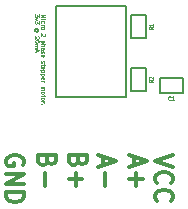
<source format=gto>
%FSLAX34Y34*%
G04 Gerber Fmt 3.4, Leading zero omitted, Abs format*
G04 (created by PCBNEW (2014-03-19 BZR 4756)-product) date Sun 25 May 2014 21:01:17 BST*
%MOIN*%
G01*
G70*
G90*
G04 APERTURE LIST*
%ADD10C,0.005906*%
%ADD11C,0.002461*%
%ADD12C,0.011811*%
%ADD13C,0.003000*%
G04 APERTURE END LIST*
G54D10*
G54D11*
X54242Y-40157D02*
X54376Y-40157D01*
X54280Y-40202D01*
X54376Y-40247D01*
X54242Y-40247D01*
X54242Y-40310D02*
X54331Y-40310D01*
X54376Y-40310D02*
X54369Y-40304D01*
X54363Y-40310D01*
X54369Y-40317D01*
X54376Y-40310D01*
X54363Y-40310D01*
X54248Y-40431D02*
X54242Y-40419D01*
X54242Y-40393D01*
X54248Y-40380D01*
X54255Y-40374D01*
X54267Y-40368D01*
X54306Y-40368D01*
X54318Y-40374D01*
X54325Y-40380D01*
X54331Y-40393D01*
X54331Y-40419D01*
X54325Y-40431D01*
X54242Y-40489D02*
X54331Y-40489D01*
X54306Y-40489D02*
X54318Y-40495D01*
X54325Y-40502D01*
X54331Y-40514D01*
X54331Y-40527D01*
X54242Y-40591D02*
X54248Y-40578D01*
X54255Y-40572D01*
X54267Y-40565D01*
X54306Y-40565D01*
X54318Y-40572D01*
X54325Y-40578D01*
X54331Y-40591D01*
X54331Y-40610D01*
X54325Y-40623D01*
X54318Y-40629D01*
X54306Y-40635D01*
X54267Y-40635D01*
X54255Y-40629D01*
X54248Y-40623D01*
X54242Y-40610D01*
X54242Y-40591D01*
X54363Y-40788D02*
X54369Y-40795D01*
X54376Y-40808D01*
X54376Y-40839D01*
X54369Y-40852D01*
X54363Y-40859D01*
X54350Y-40865D01*
X54337Y-40865D01*
X54318Y-40859D01*
X54242Y-40782D01*
X54242Y-40865D01*
X54331Y-41024D02*
X54197Y-41024D01*
X54325Y-41024D02*
X54331Y-41037D01*
X54331Y-41062D01*
X54325Y-41075D01*
X54318Y-41082D01*
X54306Y-41088D01*
X54267Y-41088D01*
X54255Y-41082D01*
X54248Y-41075D01*
X54242Y-41062D01*
X54242Y-41037D01*
X54248Y-41024D01*
X54242Y-41145D02*
X54376Y-41145D01*
X54242Y-41203D02*
X54312Y-41203D01*
X54325Y-41196D01*
X54331Y-41184D01*
X54331Y-41164D01*
X54325Y-41152D01*
X54318Y-41145D01*
X54242Y-41324D02*
X54312Y-41324D01*
X54325Y-41317D01*
X54331Y-41305D01*
X54331Y-41279D01*
X54325Y-41266D01*
X54248Y-41324D02*
X54242Y-41311D01*
X54242Y-41279D01*
X54248Y-41266D01*
X54261Y-41260D01*
X54274Y-41260D01*
X54286Y-41266D01*
X54293Y-41279D01*
X54293Y-41311D01*
X54299Y-41324D01*
X54248Y-41381D02*
X54242Y-41394D01*
X54242Y-41419D01*
X54248Y-41432D01*
X54261Y-41439D01*
X54267Y-41439D01*
X54280Y-41432D01*
X54286Y-41419D01*
X54286Y-41400D01*
X54293Y-41388D01*
X54306Y-41381D01*
X54312Y-41381D01*
X54325Y-41388D01*
X54331Y-41400D01*
X54331Y-41419D01*
X54325Y-41432D01*
X54248Y-41547D02*
X54242Y-41534D01*
X54242Y-41509D01*
X54248Y-41496D01*
X54261Y-41490D01*
X54312Y-41490D01*
X54325Y-41496D01*
X54331Y-41509D01*
X54331Y-41534D01*
X54325Y-41547D01*
X54312Y-41553D01*
X54299Y-41553D01*
X54286Y-41490D01*
X54248Y-41706D02*
X54242Y-41719D01*
X54242Y-41745D01*
X54248Y-41757D01*
X54261Y-41764D01*
X54267Y-41764D01*
X54280Y-41757D01*
X54286Y-41745D01*
X54286Y-41725D01*
X54293Y-41713D01*
X54306Y-41706D01*
X54312Y-41706D01*
X54325Y-41713D01*
X54331Y-41725D01*
X54331Y-41745D01*
X54325Y-41757D01*
X54331Y-41802D02*
X54331Y-41853D01*
X54376Y-41821D02*
X54261Y-41821D01*
X54248Y-41827D01*
X54242Y-41840D01*
X54242Y-41853D01*
X54248Y-41949D02*
X54242Y-41936D01*
X54242Y-41910D01*
X54248Y-41898D01*
X54261Y-41891D01*
X54312Y-41891D01*
X54325Y-41898D01*
X54331Y-41910D01*
X54331Y-41936D01*
X54325Y-41949D01*
X54312Y-41955D01*
X54299Y-41955D01*
X54286Y-41891D01*
X54331Y-42012D02*
X54197Y-42012D01*
X54325Y-42012D02*
X54331Y-42025D01*
X54331Y-42050D01*
X54325Y-42063D01*
X54318Y-42070D01*
X54306Y-42076D01*
X54267Y-42076D01*
X54255Y-42070D01*
X54248Y-42063D01*
X54242Y-42050D01*
X54242Y-42025D01*
X54248Y-42012D01*
X54331Y-42133D02*
X54197Y-42133D01*
X54325Y-42133D02*
X54331Y-42146D01*
X54331Y-42172D01*
X54325Y-42184D01*
X54318Y-42191D01*
X54306Y-42197D01*
X54267Y-42197D01*
X54255Y-42191D01*
X54248Y-42184D01*
X54242Y-42172D01*
X54242Y-42146D01*
X54248Y-42133D01*
X54248Y-42305D02*
X54242Y-42293D01*
X54242Y-42267D01*
X54248Y-42254D01*
X54261Y-42248D01*
X54312Y-42248D01*
X54325Y-42254D01*
X54331Y-42267D01*
X54331Y-42293D01*
X54325Y-42305D01*
X54312Y-42312D01*
X54299Y-42312D01*
X54286Y-42248D01*
X54242Y-42369D02*
X54331Y-42369D01*
X54306Y-42369D02*
X54318Y-42376D01*
X54325Y-42382D01*
X54331Y-42395D01*
X54331Y-42407D01*
X54242Y-42554D02*
X54331Y-42554D01*
X54318Y-42554D02*
X54325Y-42560D01*
X54331Y-42573D01*
X54331Y-42592D01*
X54325Y-42605D01*
X54312Y-42611D01*
X54242Y-42611D01*
X54312Y-42611D02*
X54325Y-42618D01*
X54331Y-42631D01*
X54331Y-42650D01*
X54325Y-42662D01*
X54312Y-42669D01*
X54242Y-42669D01*
X54242Y-42752D02*
X54248Y-42739D01*
X54255Y-42733D01*
X54267Y-42726D01*
X54306Y-42726D01*
X54318Y-42733D01*
X54325Y-42739D01*
X54331Y-42752D01*
X54331Y-42771D01*
X54325Y-42784D01*
X54318Y-42790D01*
X54306Y-42796D01*
X54267Y-42796D01*
X54255Y-42790D01*
X54248Y-42784D01*
X54242Y-42771D01*
X54242Y-42752D01*
X54331Y-42835D02*
X54331Y-42886D01*
X54376Y-42854D02*
X54261Y-42854D01*
X54248Y-42860D01*
X54242Y-42873D01*
X54242Y-42886D01*
X54242Y-42949D02*
X54248Y-42937D01*
X54255Y-42930D01*
X54267Y-42924D01*
X54306Y-42924D01*
X54318Y-42930D01*
X54325Y-42937D01*
X54331Y-42949D01*
X54331Y-42968D01*
X54325Y-42981D01*
X54318Y-42988D01*
X54306Y-42994D01*
X54267Y-42994D01*
X54255Y-42988D01*
X54248Y-42981D01*
X54242Y-42968D01*
X54242Y-42949D01*
X54242Y-43051D02*
X54331Y-43051D01*
X54306Y-43051D02*
X54318Y-43058D01*
X54325Y-43064D01*
X54331Y-43077D01*
X54331Y-43089D01*
X54255Y-43134D02*
X54248Y-43140D01*
X54242Y-43134D01*
X54248Y-43128D01*
X54255Y-43134D01*
X54242Y-43134D01*
X54164Y-40145D02*
X54164Y-40227D01*
X54113Y-40183D01*
X54113Y-40202D01*
X54106Y-40215D01*
X54100Y-40221D01*
X54087Y-40227D01*
X54055Y-40227D01*
X54043Y-40221D01*
X54036Y-40215D01*
X54030Y-40202D01*
X54030Y-40164D01*
X54036Y-40151D01*
X54043Y-40145D01*
X54119Y-40272D02*
X54030Y-40304D01*
X54119Y-40336D01*
X54164Y-40374D02*
X54164Y-40457D01*
X54113Y-40412D01*
X54113Y-40431D01*
X54106Y-40444D01*
X54100Y-40451D01*
X54087Y-40457D01*
X54055Y-40457D01*
X54043Y-40451D01*
X54036Y-40444D01*
X54030Y-40431D01*
X54030Y-40393D01*
X54036Y-40380D01*
X54043Y-40374D01*
X54094Y-40699D02*
X54100Y-40693D01*
X54106Y-40680D01*
X54106Y-40667D01*
X54100Y-40655D01*
X54094Y-40648D01*
X54081Y-40642D01*
X54068Y-40642D01*
X54055Y-40648D01*
X54049Y-40655D01*
X54043Y-40667D01*
X54043Y-40680D01*
X54049Y-40693D01*
X54055Y-40699D01*
X54106Y-40699D02*
X54055Y-40699D01*
X54049Y-40706D01*
X54049Y-40712D01*
X54055Y-40725D01*
X54068Y-40731D01*
X54100Y-40731D01*
X54119Y-40718D01*
X54132Y-40699D01*
X54138Y-40674D01*
X54132Y-40648D01*
X54119Y-40629D01*
X54100Y-40616D01*
X54074Y-40610D01*
X54049Y-40616D01*
X54030Y-40629D01*
X54017Y-40648D01*
X54011Y-40674D01*
X54017Y-40699D01*
X54030Y-40718D01*
X54151Y-40884D02*
X54157Y-40890D01*
X54164Y-40903D01*
X54164Y-40935D01*
X54157Y-40948D01*
X54151Y-40954D01*
X54138Y-40961D01*
X54125Y-40961D01*
X54106Y-40954D01*
X54030Y-40878D01*
X54030Y-40961D01*
X54164Y-41043D02*
X54164Y-41056D01*
X54157Y-41069D01*
X54151Y-41075D01*
X54138Y-41082D01*
X54113Y-41088D01*
X54081Y-41088D01*
X54055Y-41082D01*
X54043Y-41075D01*
X54036Y-41069D01*
X54030Y-41056D01*
X54030Y-41043D01*
X54036Y-41031D01*
X54043Y-41024D01*
X54055Y-41018D01*
X54081Y-41011D01*
X54113Y-41011D01*
X54138Y-41018D01*
X54151Y-41024D01*
X54157Y-41031D01*
X54164Y-41043D01*
X54030Y-41145D02*
X54119Y-41145D01*
X54106Y-41145D02*
X54113Y-41152D01*
X54119Y-41164D01*
X54119Y-41184D01*
X54113Y-41196D01*
X54100Y-41203D01*
X54030Y-41203D01*
X54100Y-41203D02*
X54113Y-41209D01*
X54119Y-41222D01*
X54119Y-41241D01*
X54113Y-41254D01*
X54100Y-41260D01*
X54030Y-41260D01*
X54068Y-41317D02*
X54068Y-41381D01*
X54030Y-41305D02*
X54164Y-41349D01*
X54030Y-41394D01*
G54D12*
X53641Y-45174D02*
X53669Y-45118D01*
X53669Y-45033D01*
X53641Y-44949D01*
X53585Y-44893D01*
X53529Y-44865D01*
X53416Y-44836D01*
X53332Y-44836D01*
X53219Y-44865D01*
X53163Y-44893D01*
X53107Y-44949D01*
X53079Y-45033D01*
X53079Y-45089D01*
X53107Y-45174D01*
X53135Y-45202D01*
X53332Y-45202D01*
X53332Y-45089D01*
X53079Y-45455D02*
X53669Y-45455D01*
X53079Y-45793D01*
X53669Y-45793D01*
X53079Y-46074D02*
X53669Y-46074D01*
X53669Y-46214D01*
X53641Y-46299D01*
X53585Y-46355D01*
X53529Y-46383D01*
X53416Y-46411D01*
X53332Y-46411D01*
X53219Y-46383D01*
X53163Y-46355D01*
X53107Y-46299D01*
X53079Y-46214D01*
X53079Y-46074D01*
X54451Y-45030D02*
X54423Y-45115D01*
X54395Y-45143D01*
X54339Y-45171D01*
X54254Y-45171D01*
X54198Y-45143D01*
X54170Y-45115D01*
X54142Y-45059D01*
X54142Y-44834D01*
X54732Y-44834D01*
X54732Y-45030D01*
X54704Y-45087D01*
X54676Y-45115D01*
X54620Y-45143D01*
X54564Y-45143D01*
X54507Y-45115D01*
X54479Y-45087D01*
X54451Y-45030D01*
X54451Y-44834D01*
X54367Y-45424D02*
X54367Y-45874D01*
X55475Y-45030D02*
X55447Y-45115D01*
X55419Y-45143D01*
X55362Y-45171D01*
X55278Y-45171D01*
X55222Y-45143D01*
X55194Y-45115D01*
X55165Y-45059D01*
X55165Y-44834D01*
X55756Y-44834D01*
X55756Y-45030D01*
X55728Y-45087D01*
X55700Y-45115D01*
X55643Y-45143D01*
X55587Y-45143D01*
X55531Y-45115D01*
X55503Y-45087D01*
X55475Y-45030D01*
X55475Y-44834D01*
X55390Y-45424D02*
X55390Y-45874D01*
X55165Y-45649D02*
X55615Y-45649D01*
X56318Y-44887D02*
X56318Y-45168D01*
X56150Y-44831D02*
X56740Y-45028D01*
X56150Y-45224D01*
X56375Y-45421D02*
X56375Y-45871D01*
X57342Y-44887D02*
X57342Y-45168D01*
X57173Y-44831D02*
X57764Y-45028D01*
X57173Y-45224D01*
X57398Y-45421D02*
X57398Y-45871D01*
X57173Y-45646D02*
X57623Y-45646D01*
X58630Y-44842D02*
X58039Y-45039D01*
X58630Y-45236D01*
X58096Y-45770D02*
X58068Y-45742D01*
X58039Y-45658D01*
X58039Y-45601D01*
X58068Y-45517D01*
X58124Y-45461D01*
X58180Y-45433D01*
X58293Y-45404D01*
X58377Y-45404D01*
X58489Y-45433D01*
X58546Y-45461D01*
X58602Y-45517D01*
X58630Y-45601D01*
X58630Y-45658D01*
X58602Y-45742D01*
X58574Y-45770D01*
X58096Y-46361D02*
X58068Y-46332D01*
X58039Y-46248D01*
X58039Y-46192D01*
X58068Y-46107D01*
X58124Y-46051D01*
X58180Y-46023D01*
X58293Y-45995D01*
X58377Y-45995D01*
X58489Y-46023D01*
X58546Y-46051D01*
X58602Y-46107D01*
X58630Y-46192D01*
X58630Y-46248D01*
X58602Y-46332D01*
X58574Y-46361D01*
G54D10*
X57086Y-42913D02*
X57086Y-39862D01*
X57086Y-39862D02*
X54724Y-39862D01*
X54724Y-39862D02*
X54724Y-42913D01*
X57086Y-42913D02*
X54724Y-42913D01*
X58190Y-42773D02*
X58958Y-42773D01*
X58958Y-42773D02*
X58958Y-42281D01*
X58958Y-42281D02*
X58190Y-42281D01*
X58190Y-42281D02*
X58190Y-42773D01*
X57234Y-40167D02*
X57234Y-40935D01*
X57234Y-40935D02*
X57726Y-40935D01*
X57726Y-40935D02*
X57726Y-40167D01*
X57726Y-40167D02*
X57234Y-40167D01*
X57726Y-42706D02*
X57726Y-41938D01*
X57726Y-41938D02*
X57234Y-41938D01*
X57234Y-41938D02*
X57234Y-42706D01*
X57234Y-42706D02*
X57726Y-42706D01*
G54D13*
X58554Y-42993D02*
X58549Y-42999D01*
X58531Y-43005D01*
X58520Y-43005D01*
X58503Y-42999D01*
X58491Y-42987D01*
X58486Y-42976D01*
X58480Y-42953D01*
X58480Y-42936D01*
X58486Y-42913D01*
X58491Y-42902D01*
X58503Y-42890D01*
X58520Y-42885D01*
X58531Y-42885D01*
X58549Y-42890D01*
X58554Y-42896D01*
X58669Y-43005D02*
X58600Y-43005D01*
X58634Y-43005D02*
X58634Y-42885D01*
X58623Y-42902D01*
X58611Y-42913D01*
X58600Y-42919D01*
X57967Y-40571D02*
X57910Y-40611D01*
X57967Y-40639D02*
X57847Y-40639D01*
X57847Y-40594D01*
X57853Y-40582D01*
X57859Y-40576D01*
X57870Y-40571D01*
X57887Y-40571D01*
X57899Y-40576D01*
X57904Y-40582D01*
X57910Y-40594D01*
X57910Y-40639D01*
X57967Y-40456D02*
X57967Y-40525D01*
X57967Y-40491D02*
X57847Y-40491D01*
X57864Y-40502D01*
X57876Y-40514D01*
X57881Y-40525D01*
X57957Y-42342D02*
X57900Y-42382D01*
X57957Y-42411D02*
X57837Y-42411D01*
X57837Y-42365D01*
X57843Y-42354D01*
X57849Y-42348D01*
X57860Y-42342D01*
X57877Y-42342D01*
X57889Y-42348D01*
X57894Y-42354D01*
X57900Y-42365D01*
X57900Y-42411D01*
X57849Y-42297D02*
X57843Y-42291D01*
X57837Y-42279D01*
X57837Y-42251D01*
X57843Y-42239D01*
X57849Y-42234D01*
X57860Y-42228D01*
X57872Y-42228D01*
X57889Y-42234D01*
X57957Y-42302D01*
X57957Y-42228D01*
M02*

</source>
